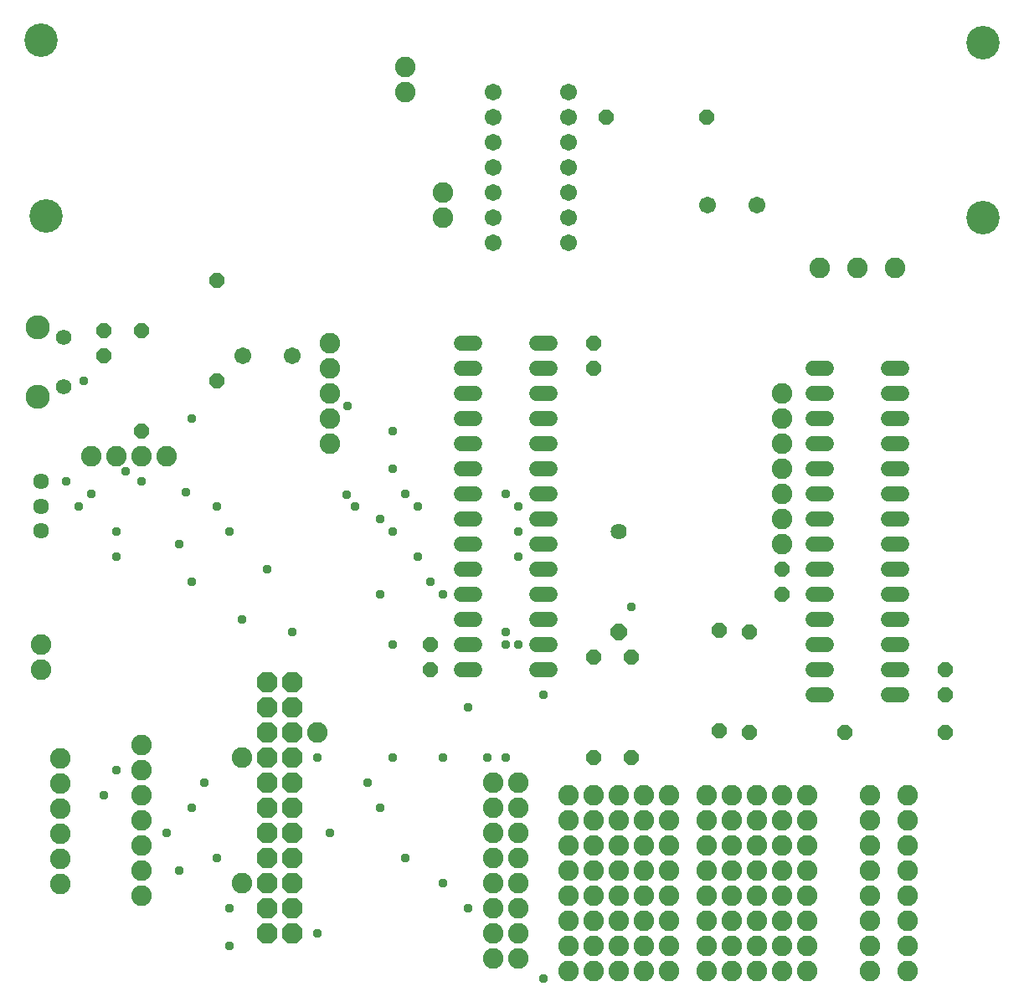
<source format=gbs>
G75*
%MOIN*%
%OFA0B0*%
%FSLAX25Y25*%
%IPPOS*%
%LPD*%
%AMOC8*
5,1,8,0,0,1.08239X$1,22.5*
%
%ADD10C,0.13300*%
%ADD11C,0.06000*%
%ADD12C,0.06146*%
%ADD13C,0.09658*%
%ADD14C,0.08200*%
%ADD15C,0.06343*%
%ADD16OC8,0.06000*%
%ADD17C,0.06737*%
%ADD18C,0.06400*%
%ADD19OC8,0.06400*%
%ADD20OC8,0.08200*%
%ADD21C,0.03778*%
D10*
X0104923Y0312300D03*
X0102923Y0382300D03*
X0477923Y0381300D03*
X0477923Y0311800D03*
D11*
X0445523Y0251800D02*
X0440323Y0251800D01*
X0440323Y0241800D02*
X0445523Y0241800D01*
X0445523Y0231800D02*
X0440323Y0231800D01*
X0440323Y0221800D02*
X0445523Y0221800D01*
X0445523Y0211800D02*
X0440323Y0211800D01*
X0440323Y0201800D02*
X0445523Y0201800D01*
X0445523Y0191800D02*
X0440323Y0191800D01*
X0440323Y0181800D02*
X0445523Y0181800D01*
X0445523Y0171800D02*
X0440323Y0171800D01*
X0440323Y0161800D02*
X0445523Y0161800D01*
X0445523Y0151800D02*
X0440323Y0151800D01*
X0440323Y0141800D02*
X0445523Y0141800D01*
X0445523Y0131800D02*
X0440323Y0131800D01*
X0440323Y0121800D02*
X0445523Y0121800D01*
X0415523Y0121800D02*
X0410323Y0121800D01*
X0410323Y0131800D02*
X0415523Y0131800D01*
X0415523Y0141800D02*
X0410323Y0141800D01*
X0410323Y0151800D02*
X0415523Y0151800D01*
X0415523Y0161800D02*
X0410323Y0161800D01*
X0410323Y0171800D02*
X0415523Y0171800D01*
X0415523Y0181800D02*
X0410323Y0181800D01*
X0410323Y0191800D02*
X0415523Y0191800D01*
X0415523Y0201800D02*
X0410323Y0201800D01*
X0410323Y0211800D02*
X0415523Y0211800D01*
X0415523Y0221800D02*
X0410323Y0221800D01*
X0410323Y0231800D02*
X0415523Y0231800D01*
X0415523Y0241800D02*
X0410323Y0241800D01*
X0410323Y0251800D02*
X0415523Y0251800D01*
X0305523Y0251800D02*
X0300323Y0251800D01*
X0300323Y0241800D02*
X0305523Y0241800D01*
X0305523Y0231800D02*
X0300323Y0231800D01*
X0300323Y0221800D02*
X0305523Y0221800D01*
X0305523Y0211800D02*
X0300323Y0211800D01*
X0300323Y0201800D02*
X0305523Y0201800D01*
X0305523Y0191800D02*
X0300323Y0191800D01*
X0300323Y0181800D02*
X0305523Y0181800D01*
X0305523Y0171800D02*
X0300323Y0171800D01*
X0300323Y0161800D02*
X0305523Y0161800D01*
X0305523Y0151800D02*
X0300323Y0151800D01*
X0300323Y0141800D02*
X0305523Y0141800D01*
X0305523Y0131800D02*
X0300323Y0131800D01*
X0275523Y0131800D02*
X0270323Y0131800D01*
X0270323Y0141800D02*
X0275523Y0141800D01*
X0275523Y0151800D02*
X0270323Y0151800D01*
X0270323Y0161800D02*
X0275523Y0161800D01*
X0275523Y0171800D02*
X0270323Y0171800D01*
X0270323Y0181800D02*
X0275523Y0181800D01*
X0275523Y0191800D02*
X0270323Y0191800D01*
X0270323Y0201800D02*
X0275523Y0201800D01*
X0275523Y0211800D02*
X0270323Y0211800D01*
X0270323Y0221800D02*
X0275523Y0221800D01*
X0275523Y0231800D02*
X0270323Y0231800D01*
X0270323Y0241800D02*
X0275523Y0241800D01*
X0275523Y0251800D02*
X0270323Y0251800D01*
X0270323Y0261800D02*
X0275523Y0261800D01*
X0300323Y0261800D02*
X0305523Y0261800D01*
D12*
X0112053Y0264143D03*
X0112053Y0244457D03*
D13*
X0101423Y0240520D03*
X0101423Y0268080D03*
D14*
X0110423Y0046300D03*
X0110423Y0056300D03*
X0110423Y0066300D03*
X0110423Y0076300D03*
X0110423Y0086300D03*
X0110423Y0096300D03*
X0142923Y0091800D03*
X0142923Y0101800D03*
X0142923Y0081800D03*
X0142923Y0071800D03*
X0142923Y0061800D03*
X0142923Y0051800D03*
X0142923Y0041800D03*
X0182923Y0046800D03*
X0182923Y0096800D03*
X0212923Y0106800D03*
X0282923Y0086800D03*
X0282923Y0076800D03*
X0292923Y0076800D03*
X0292923Y0086800D03*
X0312923Y0081800D03*
X0312923Y0071800D03*
X0322923Y0071800D03*
X0322923Y0081800D03*
X0332923Y0081800D03*
X0332923Y0071800D03*
X0342923Y0071800D03*
X0342923Y0081800D03*
X0352923Y0081800D03*
X0352923Y0071800D03*
X0352923Y0061800D03*
X0342923Y0061800D03*
X0332923Y0061800D03*
X0322923Y0061800D03*
X0312923Y0061800D03*
X0312923Y0051800D03*
X0322923Y0051800D03*
X0332923Y0051800D03*
X0342923Y0051800D03*
X0352923Y0051800D03*
X0352923Y0041800D03*
X0342923Y0041800D03*
X0332923Y0041800D03*
X0322923Y0041800D03*
X0312923Y0041800D03*
X0312923Y0031800D03*
X0322923Y0031800D03*
X0332923Y0031800D03*
X0342923Y0031800D03*
X0352923Y0031800D03*
X0352923Y0021800D03*
X0342923Y0021800D03*
X0332923Y0021800D03*
X0322923Y0021800D03*
X0312923Y0021800D03*
X0312923Y0011800D03*
X0322923Y0011800D03*
X0332923Y0011800D03*
X0342923Y0011800D03*
X0352923Y0011800D03*
X0367923Y0011800D03*
X0377923Y0011800D03*
X0387923Y0011800D03*
X0397923Y0011800D03*
X0407923Y0011800D03*
X0407923Y0021800D03*
X0397923Y0021800D03*
X0387923Y0021800D03*
X0377923Y0021800D03*
X0367923Y0021800D03*
X0367923Y0031800D03*
X0367923Y0041800D03*
X0377923Y0041800D03*
X0377923Y0031800D03*
X0387923Y0031800D03*
X0387923Y0041800D03*
X0397923Y0041800D03*
X0397923Y0031800D03*
X0407923Y0031800D03*
X0407923Y0041800D03*
X0407923Y0051800D03*
X0397923Y0051800D03*
X0387923Y0051800D03*
X0377923Y0051800D03*
X0367923Y0051800D03*
X0367923Y0061800D03*
X0377923Y0061800D03*
X0387923Y0061800D03*
X0397923Y0061800D03*
X0407923Y0061800D03*
X0407923Y0071800D03*
X0397923Y0071800D03*
X0387923Y0071800D03*
X0377923Y0071800D03*
X0367923Y0071800D03*
X0367923Y0081800D03*
X0377923Y0081800D03*
X0387923Y0081800D03*
X0397923Y0081800D03*
X0407923Y0081800D03*
X0432923Y0081800D03*
X0432923Y0071800D03*
X0432923Y0061800D03*
X0432923Y0051800D03*
X0432923Y0041800D03*
X0432923Y0031800D03*
X0432923Y0021800D03*
X0432923Y0011800D03*
X0447923Y0011800D03*
X0447923Y0021800D03*
X0447923Y0031800D03*
X0447923Y0041800D03*
X0447923Y0051800D03*
X0447923Y0061800D03*
X0447923Y0071800D03*
X0447923Y0081800D03*
X0397923Y0181800D03*
X0397923Y0191800D03*
X0397923Y0201800D03*
X0397923Y0211800D03*
X0397923Y0221800D03*
X0397923Y0231800D03*
X0397923Y0241800D03*
X0412923Y0291800D03*
X0427923Y0291800D03*
X0442923Y0291800D03*
X0262923Y0311800D03*
X0262923Y0321800D03*
X0247923Y0361800D03*
X0247923Y0371800D03*
X0217923Y0261800D03*
X0217923Y0251800D03*
X0217923Y0241800D03*
X0217923Y0231800D03*
X0217923Y0221800D03*
X0152923Y0216800D03*
X0142923Y0216800D03*
X0132923Y0216800D03*
X0122923Y0216800D03*
X0102923Y0141800D03*
X0102923Y0131800D03*
X0282923Y0066800D03*
X0282923Y0056800D03*
X0292923Y0056800D03*
X0292923Y0066800D03*
X0292923Y0046800D03*
X0282923Y0046800D03*
X0282923Y0036800D03*
X0292923Y0036800D03*
X0292923Y0026800D03*
X0282923Y0026800D03*
X0282923Y0016800D03*
X0292923Y0016800D03*
D15*
X0102923Y0186957D03*
X0102923Y0196800D03*
X0102923Y0206643D03*
D16*
X0142923Y0226800D03*
X0172923Y0246800D03*
X0142923Y0266800D03*
X0127923Y0266800D03*
X0127923Y0256800D03*
X0172923Y0286800D03*
X0322923Y0261800D03*
X0322923Y0251800D03*
X0397923Y0171800D03*
X0397923Y0161800D03*
X0384923Y0146800D03*
X0372923Y0147300D03*
X0337923Y0136800D03*
X0322923Y0136800D03*
X0322923Y0096800D03*
X0337923Y0096800D03*
X0372923Y0107300D03*
X0384923Y0106800D03*
X0422923Y0106800D03*
X0462923Y0106800D03*
X0462923Y0121800D03*
X0462923Y0131800D03*
X0257923Y0131800D03*
X0257923Y0141800D03*
X0327923Y0351800D03*
X0367923Y0351800D03*
D17*
X0368081Y0316800D03*
X0387766Y0316800D03*
X0312923Y0311800D03*
X0312923Y0301800D03*
X0312923Y0321800D03*
X0312923Y0331800D03*
X0312923Y0341800D03*
X0312923Y0351800D03*
X0312923Y0361800D03*
X0282923Y0361800D03*
X0282923Y0351800D03*
X0282923Y0341800D03*
X0282923Y0331800D03*
X0282923Y0321800D03*
X0282923Y0311800D03*
X0282923Y0301800D03*
X0202766Y0256800D03*
X0183081Y0256800D03*
D18*
X0332923Y0186800D03*
D19*
X0332923Y0146800D03*
D20*
X0202923Y0126800D03*
X0192923Y0126800D03*
X0192923Y0116800D03*
X0202923Y0116800D03*
X0202923Y0106800D03*
X0192923Y0106800D03*
X0192923Y0096800D03*
X0202923Y0096800D03*
X0202923Y0086800D03*
X0192923Y0086800D03*
X0192923Y0076800D03*
X0202923Y0076800D03*
X0202923Y0066800D03*
X0192923Y0066800D03*
X0192923Y0056800D03*
X0202923Y0056800D03*
X0202923Y0046800D03*
X0192923Y0046800D03*
X0192923Y0036800D03*
X0202923Y0036800D03*
X0202923Y0026800D03*
X0192923Y0026800D03*
D21*
X0177923Y0021800D03*
X0177923Y0036800D03*
X0157923Y0051800D03*
X0152923Y0066800D03*
X0162923Y0076800D03*
X0167923Y0086800D03*
X0172923Y0056800D03*
X0212923Y0026800D03*
X0247923Y0056800D03*
X0262923Y0046800D03*
X0272923Y0036800D03*
X0302923Y0008889D03*
X0237923Y0076800D03*
X0232923Y0086800D03*
X0242923Y0096800D03*
X0262923Y0096800D03*
X0280423Y0096800D03*
X0287923Y0096800D03*
X0272923Y0116800D03*
X0287923Y0141800D03*
X0292923Y0141800D03*
X0287923Y0146800D03*
X0262923Y0161800D03*
X0257923Y0166800D03*
X0252923Y0176800D03*
X0242923Y0186800D03*
X0237923Y0191800D03*
X0227923Y0196800D03*
X0224423Y0201300D03*
X0242923Y0211800D03*
X0247923Y0201800D03*
X0252923Y0196800D03*
X0287923Y0201800D03*
X0292923Y0196800D03*
X0292923Y0186800D03*
X0292923Y0176800D03*
X0337923Y0156800D03*
X0302923Y0121800D03*
X0242923Y0141800D03*
X0237923Y0161800D03*
X0202923Y0146800D03*
X0182923Y0151800D03*
X0162923Y0166800D03*
X0157923Y0181800D03*
X0177923Y0186800D03*
X0172923Y0196800D03*
X0160423Y0202300D03*
X0142923Y0206800D03*
X0136423Y0210800D03*
X0122923Y0201800D03*
X0117923Y0196800D03*
X0112923Y0206800D03*
X0132923Y0186800D03*
X0132923Y0176800D03*
X0192923Y0171800D03*
X0242923Y0226800D03*
X0225034Y0236800D03*
X0162923Y0231800D03*
X0119923Y0246800D03*
X0212923Y0096800D03*
X0217923Y0066800D03*
X0132923Y0091800D03*
X0127923Y0081800D03*
M02*

</source>
